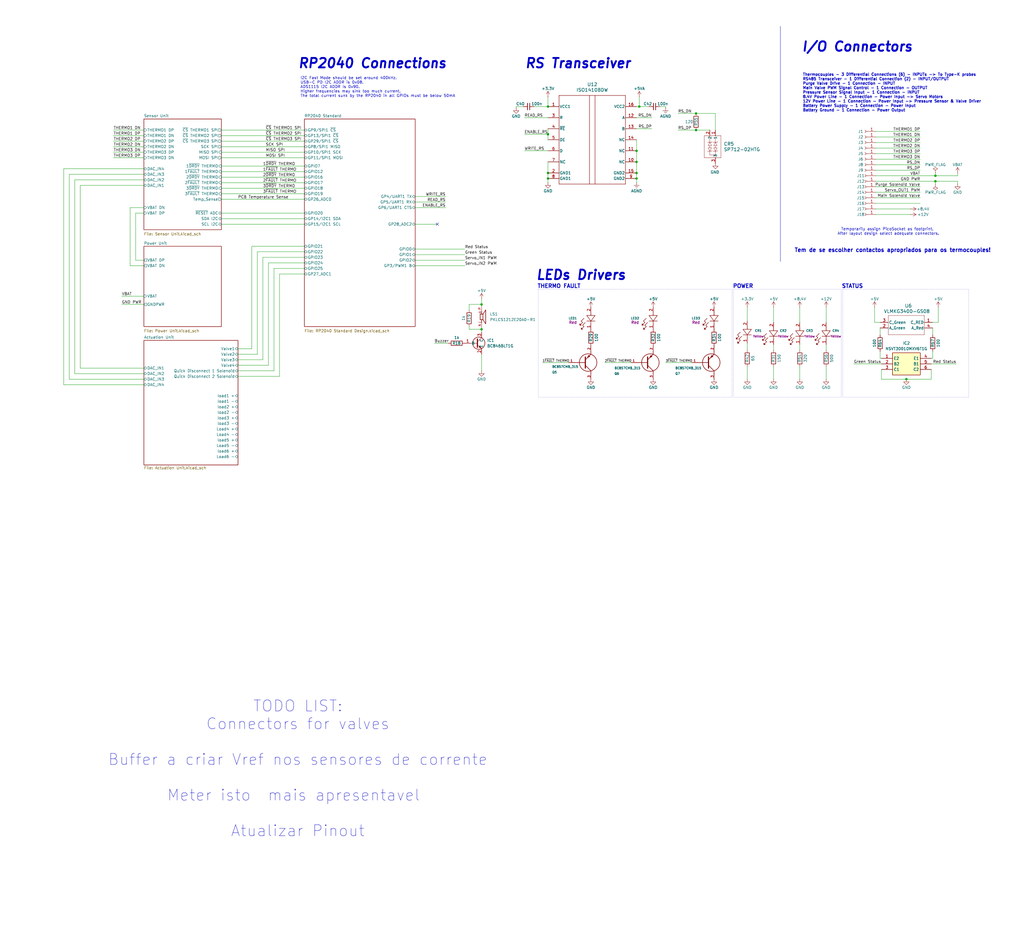
<source format=kicad_sch>
(kicad_sch (version 20250114) (generator "eeschema") (generator_version "9.0")
  (paper "User" 469.9 431.8)
  (title_block (title "Temperature & Valve Control System") (date "2025-02-20") (company "Porto Space Team") (comment 1 "Miguel Amorim") (comment 2 "Miguel Leite") (comment 3 "Rafael Novais") (comment 4 "Teresa Monteiro"))
  (lib_symbols
    (symbol "BC846BLT1G:BC846BLT1G"
      (property "Reference" "IC" (at 0 10.668 0))
      (property "Value" "BC846BLT1G" (at 0 8.128 0))
      (symbol "BC846BLT1G_1_1"
        (pin passive line (at 0 0 0) (length 2.54) (name "B") (number "1"))
        (pin passive line (at 7.62 5.08 270) (length 2.54) (name "C") (number "3"))
        (pin passive line (at 7.62 -5.08 90) (length 2.54) (name "E") (number "2"))
      )
    )
    (symbol "BC857CMB_315:BC857CMB_315" (pin_names (offset 1.016))
      (property "Reference" "Q" (at 3.81 1.27 0))
      (property "Value" "BC857CMB_315" (at 3.81 -1.27 0))
      (symbol "BC857CMB_315_0_0"
        (pin passive line (at -10.16 0 0) (length 2.54) (name "~") (number "1"))
        (pin passive line (at 0 7.62 270) (length 2.54) (name "~") (number "3"))
        (pin passive line (at 0 -7.62 90) (length 2.54) (name "~") (number "2"))
      )
    )
    (symbol "Connector:Conn_01x01_Socket" (pin_names (offset 1.016) (hide yes))
      (property "Reference" "J" (at 0 2.54 0))
      (property "Value" "Conn_01x01_Socket" (at 0 -2.54 0))
      (symbol "Conn_01x01_Socket_1_1"
        (pin passive line (at -5.08 0 0) (length 3.81) (name "Pin_1") (number "1"))
      )
    )
    (symbol "Device:C_Small" (pin_numbers (hide yes)) (pin_names (offset 0.254) (hide yes))
      (property "Reference" "C" (at 0.254 1.778 0))
      (property "Value" "C_Small" (at 0.254 -2.032 0))
      (symbol "C_Small_1_1"
        (pin passive line (at 0 2.54 270) (length 2.032) (name "~") (number "1"))
        (pin passive line (at 0 -2.54 90) (length 2.032) (name "~") (number "2"))
      )
    )
    (symbol "Device:R" (pin_numbers (hide yes)) (pin_names (offset 0))
      (property "Reference" "R" (at 2.032 0 90))
      (property "Value" "R" (at 0 0 90))
      (symbol "R_1_1"
        (pin passive line (at 0 3.81 270) (length 1.27) (name "~") (number "1"))
        (pin passive line (at 0 -3.81 90) (length 1.27) (name "~") (number "2"))
      )
    )
    (symbol "ISO1410BDW:ISO1410BDW" (pin_names (offset 0.254))
      (property "Reference" "U" (at 0 2.54 0))
      (property "Value" "ISO1410BDW" (at 0 0 0))
      (symbol "ISO1410BDW_0_1"
        (pin power_in line (at -20.32 15.24 0) (length 5.08) (name "VCC1") (number "1"))
        (pin output line (at -20.32 10.16 0) (length 5.08) (name "R") (number "3"))
        (pin input line (at -20.32 0 0) (length 5.08) (name "DE") (number "5"))
        (pin input line (at -20.32 -5.08 0) (length 5.08) (name "D") (number "6"))
        (pin power_in line (at -20.32 -15.24 0) (length 5.08) (name "GND1") (number "2"))
        (pin power_in line (at -20.32 -17.78 0) (length 5.08) (name "GND1") (number "8"))
        (pin power_in line (at 20.32 15.24 180) (length 5.08) (name "VCC2") (number "16"))
        (pin bidirectional line (at 20.32 10.16 180) (length 5.08) (name "A") (number "12"))
        (pin bidirectional line (at 20.32 5.08 180) (length 5.08) (name "B") (number "13"))
        (pin power_in line (at 20.32 -15.24 180) (length 5.08) (name "GND2") (number "15"))
        (pin power_in line (at 20.32 -17.78 180) (length 5.08) (name "GND2") (number "9"))
      )
      (symbol "ISO1410BDW_1_1"
        (pin input line (at -20.32 5.08 0) (length 5.08) (name "~{RE}") (number "4"))
        (pin passive line (at -20.32 -10.16 0) (length 5.08) (name "NC") (number "7"))
        (pin passive line (at 20.32 0 180) (length 5.08) (name "NC") (number "14"))
        (pin passive line (at 20.32 -5.08 180) (length 5.08) (name "NC") (number "11"))
        (pin passive line (at 20.32 -10.16 180) (length 5.08) (name "NC") (number "10"))
      )
    )
    (symbol "NSVT30010MXV6T1G:NSVT30010MXV6T1G"
      (property "Reference" "IC" (at 19.05 7.62 0))
      (property "Value" "NSVT30010MXV6T1G" (at 19.05 5.08 0))
      (symbol "NSVT30010MXV6T1G_1_1"
        (pin passive line (at 0 0 0) (length 5.08) (name "E2") (number "1"))
        (pin passive line (at 0 -2.54 0) (length 5.08) (name "B2") (number "2"))
        (pin passive line (at 0 -5.08 0) (length 5.08) (name "C1") (number "3"))
        (pin passive line (at 22.86 0 180) (length 5.08) (name "E1") (number "4"))
        (pin passive line (at 22.86 -2.54 180) (length 5.08) (name "B1") (number "5"))
        (pin passive line (at 22.86 -5.08 180) (length 5.08) (name "C2") (number "6"))
      )
    )
    (symbol "PKLCS1212E20A0-R1:PKLCS1212E20A0-R1" (pin_names (offset 1.016))
      (property "Reference" "LS" (at -3.82 8.9133 0))
      (property "Value" "PKLCS1212E20A0-R1" (at -3.823 -11.469 0))
      (symbol "PKLCS1212E20A0-R1_0_0"
        (text "+" (at -1.905 1.27 0) (effects (font (size 1.778 1.778)) (justify left bottom)))
        (text "-" (at -1.905 -1.27 0) (effects (font (size 1.778 1.778)) (justify left top)))
        (pin passive line (at 0 5.08 270) (length 2.54) (name "~") (number "P"))
        (pin passive line (at 0 -5.08 90) (length 2.54) (name "~") (number "N"))
      )
    )
    (symbol "SP712-02HTG:SP712-02HTG" (pin_names (offset 0.254))
      (property "Reference" "CR" (at 12.7 7.62 0))
      (property "Value" "SP712-02HTG" (at 12.7 5.08 0))
      (symbol "SP712-02HTG_0_1"
        (pin passive line (at 5.08 0 0) (length 2.54) (name "1") (number "1"))
        (pin passive line (at 5.08 -2.54 0) (length 2.54) (name "2") (number "2"))
        (pin passive line (at 20.32 0 180) (length 2.54) (name "3") (number "3"))
      )
    )
    (symbol "VLMKG3400-GS08:VLMKG3400-GS08" (pin_names (offset 0.254))
      (property "Reference" "U" (at 20.955 7.239 0))
      (property "Value" "VLMKG3400-GS08" (at 20.955 4.699 0))
      (symbol "VLMKG3400-GS08_1_1"
        (pin passive line (at 3.81 0 0) (length 3.81) (name "A_Red") (number "4"))
        (pin passive line (at 3.81 -2.54 0) (length 3.81) (name "C_RED") (number "1"))
        (pin passive line (at 27.94 0 180) (length 3.81) (name "A_Green") (number "2"))
        (pin passive line (at 27.94 -2.54 180) (length 3.81) (name "C_Green") (number "3"))
      )
    )
    (symbol "VLMS1500-GS08:VLMS1500-GS08" (pin_names (offset 0.254))
      (property "Reference" "LED" (at 5.08 -4.445 0))
      (property "Value" "VLMS1500-GS08" (at 5.08 -7.62 0))
      (symbol "VLMS1500-GS08_0_1"
        (pin passive line (at 0 0 0) (length 2.54) (name "") (number "2"))
        (pin passive line (at 10.16 0 180) (length 2.54) (name "") (number "1"))
      )
    )
    (symbol "VLMY1300-GS08:VLMY1300-GS08" (pin_names (offset 0.254))
      (property "Reference" "CR" (at 5.08 -4.445 0))
      (property "Value" "VLMY1300-GS08" (at 5.08 -7.62 0))
      (symbol "VLMY1300-GS08_1_1"
        (pin passive line (at 0 0 0) (length 2.54) (name "") (number "2"))
        (pin passive line (at 10.16 0 180) (length 2.54) (name "") (number "1"))
      )
      (symbol "VLMY1300-GS08_1_2"
        (pin unspecified line (at 0 10.16 270) (length 2.54) (name "") (number "1"))
        (pin unspecified line (at 0 0 90) (length 2.54) (name "") (number "2"))
      )
    )
    (symbol "power:+12V" (power) (pin_numbers (hide yes)) (pin_names (offset 0) (hide yes))
      (property "Value" "+12V" (at 0 3.556 0))
      (symbol "+12V_1_1"
        (pin power_in line (at 0 0 90) (length 0) (name "~") (number "1"))
      )
    )
    (symbol "power:+24V" (power) (pin_numbers (hide yes)) (pin_names (offset 0) (hide yes))
      (property "Value" "+24V" (at 0 3.556 0))
      (symbol "+24V_1_1"
        (pin power_in line (at 0 0 90) (length 0) (name "~") (number "1"))
      )
    )
    (symbol "power:+3.3V" (power) (pin_numbers (hide yes)) (pin_names (offset 0) (hide yes))
      (property "Value" "+3.3V" (at 0 3.556 0))
      (symbol "+3.3V_1_1"
        (pin power_in line (at 0 0 90) (length 0) (name "~") (number "1"))
      )
    )
    (symbol "power:+5V" (power) (pin_numbers (hide yes)) (pin_names (offset 0) (hide yes))
      (property "Value" "+5V" (at 0 3.556 0))
      (symbol "+5V_1_1"
        (pin power_in line (at 0 0 90) (length 0) (name "~") (number "1"))
      )
    )
    (symbol "power:Earth" (power) (pin_numbers (hide yes)) (pin_names (offset 0) (hide yes))
      (property "Value" "Earth" (at 0 -3.81 0))
      (symbol "Earth_1_1"
        (pin power_in line (at 0 0 270) (length 0) (name "~") (number "1"))
      )
    )
    (symbol "power:GND" (power) (pin_numbers (hide yes)) (pin_names (offset 0) (hide yes))
      (property "Value" "GND" (at 0 -3.81 0))
      (symbol "GND_1_1"
        (pin power_in line (at 0 0 270) (length 0) (name "~") (number "1"))
      )
    )
    (symbol "power:PWR_FLAG" (power) (pin_numbers (hide yes)) (pin_names (offset 0) (hide yes))
      (property "Value" "PWR_FLAG" (at 0 3.81 0))
      (symbol "PWR_FLAG_0_0"
        (pin power_out line (at 0 0 90) (length 0) (name "~") (number "1"))
      )
    )
    (symbol "power:VBUS" (power) (pin_numbers (hide yes)) (pin_names (offset 0) (hide yes))
      (property "Value" "VBUS" (at 0 3.556 0))
      (symbol "VBUS_1_1"
        (pin power_in line (at 0 0 90) (length 0) (name "~") (number "1"))
      )
    )
  )
  (rectangle (start 386.715 132.715) (end 444.5 182.245) (stroke (width 0) (type dot)))
  (rectangle (start 336.55 132.715) (end 386.08 182.245) (stroke (width 0) (type dot)))
  (rectangle (start 247.015 132.715) (end 335.915 182.245) (stroke (width 0) (type dot)))
  (text "RS Transceiver" (at 240.665 29.21 0) (effects (font (size 4.318 4.318) (thickness 0.8636) (bold yes) (italic yes)) (justify left)))
  (text "RP2040 Connections" (at 136.525 29.21 0) (effects (font (size 4.318 4.318) (thickness 0.8636) (bold yes) (italic yes)) (justify left)))
  (text "POWER" (at 340.995 131.445 0) (effects (font (size 1.778 1.778) (thickness 0.3556) (bold yes))))
  (text "I2C Fast Mode should be set around 400kHz.\nUSB-C PD I2C ADDR is 0x08.\nADS1115 I2C ADDR is 0x90.\nHigher frequencies may sink too much current.\nThe total current sunk by the RP2040 in all GPIOs must be below 50mA" (at 137.795 40.005 0) (effects (font (size 1.27 1.27)) (justify left)))
  (text "Tem de se escolher contactos apropriados para os termocouples!" (at 364.49 114.935 0) (effects (font (size 1.778 1.778) (thickness 0.3556) (bold yes)) (justify left)))
  (text "Temporarily assign PicoSocket as footprint. \nAfter layout design select adequate connectors.\n " (at 407.67 107.315 0) (effects (font (size 1.27 1.27))))
  (text "LEDs Drivers" (at 245.745 126.365 0) (effects (font (size 4.318 4.318) (thickness 0.8636) (bold yes) (italic yes)) (justify left)))
  (text "THERMO FAULT" (at 256.54 131.445 0) (effects (font (size 1.778 1.778) (thickness 0.3556) (bold yes))))
  (text "TODO LIST:\nConnectors for valves\n\nBuffer a criar Vref nos sensores de corrente\n\nMeter isto  mais apresentavel \n\nAtualizar Pinout" (at 136.652 352.806 0) (effects (font (size 5.08 5.08))))
  (text "STATUS" (at 391.16 131.445 0) (effects (font (size 1.778 1.778) (thickness 0.3556) (bold yes))))
  (text "Thermocouples - 3 Differential Connections (6) - INPUTs -> To Type-K probes\nRS485 Transceiver - 1 Differential Connection (2) - INPUT/OUTPUT \nPurge Valve Drive - 1 Connection - INPUT\nMain Valve PWM Signal Control - 1 Connection - OUTPUT\nPressure Sensor Signal Input - 1 Connection - INPUT\n8.4V Power Line - 1 Connection - Power Input -> Servo Motors\n12V Power Line - 1 Connection - Power Input -> Pressure Sensor & Valve Driver\nBattery Power Supply - 1 Connection - Power Input\nBattery Ground - 1 Connection - Power Output" (at 368.3 42.545 0) (effects (font (size 1.27 1.27) (thickness 0.254) (bold yes)) (justify left)))
  (text "I/O Connectors" (at 367.665 21.59 0) (effects (font (size 4.318 4.318) (thickness 0.8636) (bold yes) (italic yes)) (justify left)))
  (junction (at 292.1 81.915))
  (junction (at 251.46 48.895))
  (junction (at 251.46 81.915))
  (junction (at 251.46 79.375))
  (junction (at 292.1 74.295))
  (junction (at 292.1 79.375))
  (junction (at 220.98 139.7))
  (junction (at 429.26 83.185))
  (junction (at 251.46 61.595))
  (junction (at 293.37 48.895))
  (junction (at 429.26 80.645))
  (junction (at 220.98 151.13))
  (junction (at 415.925 173.99))
  (junction (at 292.1 69.215))
  (junction (at 319.405 59.69))
  (junction (at 319.405 52.07))
  (no_connect (at 200.66 102.87))
  (wire (pts (xy 401.955 90.805) (xy 422.275 90.805)))
  (wire (pts (xy 401.32 147.955) (xy 403.86 147.955)))
  (wire (pts (xy 215.265 149.86) (xy 215.265 151.13)))
  (wire (pts (xy 391.795 167.005) (xy 404.495 167.005)))
  (wire (pts (xy 215.265 142.24) (xy 215.265 139.7)))
  (wire (pts (xy 101.6 69.85) (xy 139.7 69.85)))
  (wire (pts (xy 109.22 160.02) (xy 115.57 160.02)))
  (wire (pts (xy 403.86 150.495) (xy 403.86 153.67)))
  (wire (pts (xy 101.6 62.23) (xy 139.7 62.23)))
  (wire (pts (xy 109.22 172.72) (xy 128.27 172.72)))
  (wire (pts (xy 401.955 93.345) (xy 422.275 93.345)))
  (wire (pts (xy 401.955 88.265) (xy 422.275 88.265)))
  (wire (pts (xy 427.355 167.005) (xy 438.785 167.005)))
  (wire (pts (xy 430.53 140.97) (xy 430.53 147.955)))
  (wire (pts (xy 101.6 100.33) (xy 139.7 100.33)))
  (wire (pts (xy 101.6 64.77) (xy 139.7 64.77)))
  (wire (pts (xy 109.22 167.64) (xy 123.19 167.64)))
  (wire (pts (xy 34.29 171.45) (xy 34.29 82.55)))
  (wire (pts (xy 403.86 164.465) (xy 404.495 164.465)))
  (wire (pts (xy 66.04 168.91) (xy 36.83 168.91)))
  (wire (pts (xy 311.15 59.69) (xy 319.405 59.69)))
  (wire (pts (xy 36.83 168.91) (xy 36.83 85.09)))
  (wire (pts (xy 342.9 157.48) (xy 342.9 160.655)))
  (wire (pts (xy 404.495 173.99) (xy 415.925 173.99)))
  (wire (pts (xy 36.83 85.09) (xy 66.04 85.09)))
  (wire (pts (xy 251.46 74.295) (xy 251.46 79.375)))
  (wire (pts (xy 215.265 151.13) (xy 220.98 151.13)))
  (wire (pts (xy 123.19 167.64) (xy 123.19 120.65)))
  (wire (pts (xy 66.04 119.38) (xy 62.23 119.38)))
  (wire (pts (xy 52.07 59.69) (xy 66.04 59.69)))
  (wire (pts (xy 240.665 53.975) (xy 251.46 53.975)))
  (wire (pts (xy 115.57 160.02) (xy 115.57 113.03)))
  (wire (pts (xy 125.73 123.19) (xy 139.7 123.19)))
  (wire (pts (xy 293.37 48.895) (xy 297.815 48.895)))
  (wire (pts (xy 220.98 150.495) (xy 220.98 151.13)))
  (wire (pts (xy 190.5 119.38) (xy 213.36 119.38)))
  (wire (pts (xy 401.955 98.425) (xy 417.83 98.425)))
  (wire (pts (xy 109.22 165.1) (xy 120.65 165.1)))
  (wire (pts (xy 190.5 116.84) (xy 213.36 116.84)))
  (wire (pts (xy 29.21 77.47) (xy 66.04 77.47)))
  (wire (pts (xy 101.6 83.82) (xy 139.7 83.82)))
  (wire (pts (xy 354.965 158.115) (xy 354.965 160.655)))
  (wire (pts (xy 29.21 176.53) (xy 29.21 77.47)))
  (wire (pts (xy 245.11 48.895) (xy 251.46 48.895)))
  (wire (pts (xy 220.98 139.7) (xy 220.98 140.335)))
  (wire (pts (xy 292.1 79.375) (xy 292.1 81.915)))
  (wire (pts (xy 128.27 172.72) (xy 128.27 125.73)))
  (wire (pts (xy 427.99 150.495) (xy 427.99 153.67)))
  (wire (pts (xy 427.99 161.29) (xy 427.99 164.465)))
  (wire (pts (xy 422.275 60.325) (xy 401.955 60.325)))
  (wire (pts (xy 342.9 168.275) (xy 342.9 173.99)))
  (wire (pts (xy 59.69 95.25) (xy 66.04 95.25)))
  (wire (pts (xy 251.46 61.595) (xy 251.46 64.135)))
  (wire (pts (xy 354.965 140.97) (xy 354.965 147.955)))
  (wire (pts (xy 277.495 166.37) (xy 289.56 166.37)))
  (wire (pts (xy 55.88 139.7) (xy 66.04 139.7)))
  (wire (pts (xy 52.07 64.77) (xy 66.04 64.77)))
  (wire (pts (xy 59.69 121.92) (xy 59.69 95.25)))
  (wire (pts (xy 213.36 121.92) (xy 190.5 121.92)))
  (wire (pts (xy 427.355 164.465) (xy 427.99 164.465)))
  (wire (pts (xy 66.04 121.92) (xy 59.69 121.92)))
  (wire (pts (xy 401.955 75.565) (xy 422.275 75.565)))
  (wire (pts (xy 302.895 48.895) (xy 305.435 48.895)))
  (wire (pts (xy 293.37 48.895) (xy 292.1 48.895)))
  (wire (pts (xy 101.6 91.44) (xy 139.7 91.44)))
  (wire (pts (xy 101.6 78.74) (xy 139.7 78.74)))
  (wire (pts (xy 292.1 83.82) (xy 292.1 81.915)))
  (wire (pts (xy 305.435 166.37) (xy 317.5 166.37)))
  (wire (pts (xy 101.6 67.31) (xy 139.7 67.31)))
  (wire (pts (xy 293.37 44.45) (xy 293.37 48.895)))
  (wire (pts (xy 415.925 173.99) (xy 427.355 173.99)))
  (wire (pts (xy 422.275 67.945) (xy 401.955 67.945)))
  (wire (pts (xy 55.88 135.89) (xy 66.04 135.89)))
  (wire (pts (xy 439.42 79.375) (xy 439.42 80.645)))
  (wire (pts (xy 101.6 88.9) (xy 139.7 88.9)))
  (wire (pts (xy 52.07 62.23) (xy 66.04 62.23)))
  (wire (pts (xy 429.26 83.185) (xy 429.26 84.455)))
  (wire (pts (xy 354.965 168.275) (xy 354.965 173.99)))
  (wire (pts (xy 220.98 151.13) (xy 220.98 152.4)))
  (wire (pts (xy 379.095 173.99) (xy 379.095 168.275)))
  (wire (pts (xy 427.355 173.99) (xy 427.355 169.545)))
  (wire (pts (xy 31.75 80.01) (xy 66.04 80.01)))
  (wire (pts (xy 66.04 171.45) (xy 34.29 171.45)))
  (wire (pts (xy 190.5 92.71) (xy 204.47 92.71)))
  (wire (pts (xy 220.98 162.56) (xy 220.98 170.18)))
  (wire (pts (xy 31.75 173.99) (xy 31.75 80.01)))
  (wire (pts (xy 342.9 140.97) (xy 342.9 147.32)))
  (wire (pts (xy 311.15 52.07) (xy 319.405 52.07)))
  (wire (pts (xy 190.5 114.3) (xy 213.36 114.3)))
  (wire (pts (xy 403.86 161.29) (xy 403.86 164.465)))
  (wire (pts (xy 251.46 69.215) (xy 240.665 69.215)))
  (wire (pts (xy 367.03 158.115) (xy 367.03 160.655)))
  (wire (pts (xy 240.665 61.595) (xy 251.46 61.595)))
  (wire (pts (xy 305.435 48.895) (xy 305.435 49.53)))
  (wire (pts (xy 401.955 85.725) (xy 422.275 85.725)))
  (wire (pts (xy 292.1 53.975) (xy 299.085 53.975)))
  (wire (pts (xy 379.095 158.115) (xy 379.095 160.655)))
  (wire (pts (xy 101.6 81.28) (xy 139.7 81.28)))
  (wire (pts (xy 66.04 176.53) (xy 29.21 176.53)))
  (wire (pts (xy 251.46 79.375) (xy 251.46 81.915)))
  (wire (pts (xy 251.46 81.915) (xy 251.46 83.82)))
  (wire (pts (xy 292.1 69.215) (xy 292.1 74.295)))
  (wire (pts (xy 401.955 78.105) (xy 422.275 78.105)))
  (wire (pts (xy 101.6 72.39) (xy 139.7 72.39)))
  (wire (pts (xy 62.23 97.79) (xy 66.04 97.79)))
  (wire (pts (xy 52.07 69.85) (xy 66.04 69.85)))
  (wire (pts (xy 190.5 102.87) (xy 200.66 102.87)))
  (wire (pts (xy 101.6 102.87) (xy 139.7 102.87)))
  (wire (pts (xy 118.11 115.57) (xy 139.7 115.57)))
  (wire (pts (xy 118.11 162.56) (xy 118.11 115.57)))
  (wire (pts (xy 120.65 118.11) (xy 139.7 118.11)))
  (wire (pts (xy 125.73 170.18) (xy 125.73 123.19)))
  (wire (pts (xy 292.1 74.295) (xy 292.1 79.375)))
  (wire (pts (xy 251.46 59.055) (xy 251.46 61.595)))
  (wire (pts (xy 101.6 59.69) (xy 139.7 59.69)))
  (wire (pts (xy 66.04 173.99) (xy 31.75 173.99)))
  (wire (pts (xy 367.03 168.275) (xy 367.03 173.99)))
  (wire (pts (xy 319.405 59.69) (xy 325.755 59.69)))
  (wire (pts (xy 379.095 140.97) (xy 379.095 147.955)))
  (wire (pts (xy 52.07 72.39) (xy 66.04 72.39)))
  (wire (pts (xy 52.07 67.31) (xy 66.04 67.31)))
  (wire (pts (xy 367.03 140.97) (xy 367.03 147.955)))
  (wire (pts (xy 422.275 62.865) (xy 401.955 62.865)))
  (wire (pts (xy 109.22 162.56) (xy 118.11 162.56)))
  (wire (pts (xy 401.955 80.645) (xy 429.26 80.645)))
  (wire (pts (xy 123.19 120.65) (xy 139.7 120.65)))
  (wire (pts (xy 429.26 80.645) (xy 439.42 80.645)))
  (wire (pts (xy 292.1 64.135) (xy 292.1 69.215)))
  (wire (pts (xy 422.275 65.405) (xy 401.955 65.405)))
  (wire (pts (xy 101.6 86.36) (xy 139.7 86.36)))
  (wire (pts (xy 120.65 165.1) (xy 120.65 118.11)))
  (wire (pts (xy 401.32 140.97) (xy 401.32 147.955)))
  (wire (pts (xy 109.22 170.18) (xy 125.73 170.18)))
  (wire (pts (xy 429.26 83.185) (xy 439.42 83.185)))
  (wire (pts (xy 251.46 44.45) (xy 251.46 48.895)))
  (wire (pts (xy 199.39 157.48) (xy 205.74 157.48)))
  (wire (pts (xy 190.5 90.17) (xy 204.47 90.17)))
  (polyline (pts (xy 358.14 12.065) (xy 358.14 120.015)))
  (wire (pts (xy 220.98 137.16) (xy 220.98 139.7)))
  (wire (pts (xy 128.27 125.73) (xy 139.7 125.73)))
  (wire (pts (xy 248.92 166.37) (xy 260.985 166.37)))
  (wire (pts (xy 422.275 73.025) (xy 401.955 73.025)))
  (wire (pts (xy 236.855 48.895) (xy 240.03 48.895)))
  (wire (pts (xy 401.955 83.185) (xy 429.26 83.185)))
  (wire (pts (xy 101.6 97.79) (xy 139.7 97.79)))
  (wire (pts (xy 236.855 49.53) (xy 236.855 48.895)))
  (wire (pts (xy 62.23 119.38) (xy 62.23 97.79)))
  (wire (pts (xy 204.47 95.25) (xy 190.5 95.25)))
  (wire (pts (xy 292.1 59.055) (xy 299.085 59.055)))
  (wire (pts (xy 328.295 52.07) (xy 328.295 59.69)))
  (wire (pts (xy 115.57 113.03) (xy 139.7 113.03)))
  (wire (pts (xy 215.265 139.7) (xy 220.98 139.7)))
  (wire (pts (xy 401.955 70.485) (xy 422.275 70.485)))
  (wire (pts (xy 34.29 82.55) (xy 66.04 82.55)))
  (wire (pts (xy 439.42 83.185) (xy 439.42 84.455)))
  (wire (pts (xy 401.955 95.885) (xy 417.83 95.885)))
  (wire (pts (xy 319.405 52.07) (xy 328.295 52.07)))
  (wire (pts (xy 429.26 79.375) (xy 429.26 80.645)))
  (wire (pts (xy 427.99 147.955) (xy 430.53 147.955)))
  (wire (pts (xy 404.495 169.545) (xy 404.495 173.99)))
  (wire (pts (xy 101.6 76.2) (xy 139.7 76.2)))
  (label "Red Status" (at 213.36 114.3 0))
  (label "3~{DRDY} THERMO" (at 120.65 86.36 0))
  (label "RS_DN" (at 299.085 53.975 180))
  (label "THERMO2 DN" (at 52.07 67.31 0))
  (label "RS_DN" (at 311.15 52.07 0))
  (label "Servo_OUT1 PWM" (at 422.275 88.265 180))
  (label "THERMO1 DP" (at 52.07 62.23 0))
  (label "THERMO1 DP" (at 422.275 60.325 180))
  (label "~{CS} THERMO2 SPI" (at 121.92 62.23 0))
  (label "PCB Temperature Sense" (at 109.22 91.44 0))
  (label "THERMO1 DN" (at 52.07 59.69 0))
  (label "Purge Solenoid Valve" (at 422.275 85.725 180))
  (label "MOSI SPI" (at 121.92 72.39 0))
  (label "~{CS} THERMO3 SPI" (at 121.92 64.77 0))
  (label "READ_RS" (at 240.665 53.975 0))
  (label "Main Solenoid Valve" (at 422.275 90.805 180))
  (label "RS_DN" (at 422.275 75.565 180))
  (label "RS_DP" (at 311.15 59.69 0))
  (label "3~{FAULT} THERMO" (at 120.65 88.9 0))
  (label "THERMO2 DP" (at 422.275 65.405 180))
  (label "ENABLE_RS" (at 240.665 61.595 0))
  (label "MISO SPI" (at 121.92 69.85 0))
  (label "SCK SPI" (at 121.92 67.31 0))
  (label "RS_DP" (at 299.085 59.055 180))
  (label "WRITE_RS" (at 240.665 69.215 0))
  (label "THERMO2 DP" (at 52.07 64.77 0))
  (label "THERMO3 DN" (at 422.275 73.025 180))
  (label "GND PWR" (at 55.88 139.7 0))
  (label "ENABLE_RS" (at 204.47 95.25 180))
  (label "Red Status" (at 438.785 167.005 180))
  (label "VBAT" (at 55.88 135.89 0))
  (label "THERMO3 DN" (at 52.07 69.85 0))
  (label "Servo_IN2 PWM" (at 213.36 121.92 0))
  (label "READ_RS" (at 204.47 92.71 180))
  (label "Green Status" (at 213.36 116.84 0))
  (label "Servo_IN1 PWM" (at 213.36 119.38 0))
  (label "2~{DRDY} THERMO" (at 120.65 81.28 0))
  (label "1~{DRDY} THERMO" (at 120.65 76.2 0))
  (label "GND PWR" (at 422.275 83.185 180))
  (label "THERMO3 DP" (at 422.275 70.485 180))
  (label "Green Status" (at 391.795 167.005 0))
  (label "~{CS} THERMO1 SPI" (at 121.92 59.69 0))
  (label "THERMO3 DP" (at 52.07 72.39 0))
  (label "VBAT" (at 422.275 80.645 180))
  (label "1~{FAULT} THERMO" (at 248.92 166.37 0) (effects (font (size 1.016 1.016))))
  (label "2~{FAULT} THERMO" (at 277.495 166.37 0) (effects (font (size 1.016 1.016))))
  (label "RS_DP" (at 422.275 78.105 180))
  (label "2~{FAULT} THERMO" (at 120.65 83.82 0))
  (label "Buzzer" (at 199.39 157.48 0))
  (label "THERMO1 DN" (at 422.275 62.865 180))
  (label "3~{FAULT} THERMO" (at 305.435 166.37 0) (effects (font (size 1.016 1.016))))
  (label "WRITE_RS" (at 204.47 90.17 180))
  (label "1~{FAULT} THERMO" (at 120.65 78.74 0))
  (label "THERMO2 DN" (at 422.275 67.945 180))
  (symbol (lib_id "VLMS1500-GS08:VLMS1500-GS08") (at 271.145 140.97 90) (mirror x) (unit 1)
    (property "Reference" "LED1" (at 264.795 146.0499 90) (effects (font (size 1.016 1.016)) (justify left)))
    (property "Value" "VLMS1500-GS08" (effects (hide yes)))
    (property "Footprint" "LED-Red_VLMS1500-GS08:LED_00-GS08_VIS_RED" (effects (hide yes)))
    (property "Datasheet" "VLMS1500-GS08" (effects (hide yes)))
    (property "Description" "Red" (at 262.89 147.955 90))
  )
  (symbol (lib_id "power:GND") (at 299.72 173.99 0) (unit 1)
    (property "Reference" "#PWR0112" (effects (hide yes)))
    (property "Value" "GND" (at 299.72 177.8 0))
    (property "Description" "Power symbol creates a global label with name \"GND\" , ground" (effects (hide yes)))
  )
  (symbol (lib_id "power:GND") (at 354.965 173.99 0) (unit 1)
    (property "Reference" "#PWR080" (effects (hide yes)))
    (property "Value" "GND" (at 354.965 177.8 0))
    (property "Description" "Power symbol creates a global label with name \"GND\" , ground" (effects (hide yes)))
  )
  (symbol (lib_id "Device:R") (at 319.405 55.88 0) (unit 1)
    (property "Reference" "R55" (at 319.405 57.785 90) (effects (justify left)))
    (property "Value" "120" (at 314.325 55.88 0) (effects (justify left)))
    (property "Footprint" "Resistor-0603:RES_0603" (effects (hide yes)))
    (property "Description" "Resistor" (effects (hide yes)))
  )
  (symbol (lib_id "power:GND") (at 251.46 83.82 0) (unit 1)
    (property "Reference" "#PWR032" (effects (hide yes)))
    (property "Value" "GND" (at 251.46 87.63 0))
    (property "Description" "Power symbol creates a global label with name \"GND\" , ground" (effects (hide yes)))
  )
  (symbol (lib_id "PKLCS1212E20A0-R1:PKLCS1212E20A0-R1") (at 220.98 145.415 0) (unit 1)
    (property "Reference" "LS1" (at 224.79 144.1449 0) (effects (justify left)))
    (property "Value" "PKLCS1212E20A0-R1" (at 224.79 146.6849 0) (effects (justify left)))
    (property "Footprint" "PKLCS1212E20A0-R1:PKLCS1212E20A0-R1" (effects (hide yes)))
    (property "MF" "Murata" (effects (hide yes)))
    (property "MAXIMUM_PACKAGE_HEIGHT" "3.0 mm" (effects (hide yes)))
    (property "Package" "SMD-2 Murata" (effects (hide yes)))
    (property "Price" "None" (effects (hide yes)))
    (property "Check_prices" "https://www.snapeda.com/parts/PKLCS1212E20A0-R1/Murata/view-part/?ref=eda" (effects (hide yes)))
    (property "STANDARD" "Manufacturer Recommendations" (effects (hide yes)))
    (property "PARTREV" "January 22, 2018" (effects (hide yes)))
    (property "SnapEDA_Link" "https://www.snapeda.com/parts/PKLCS1212E20A0-R1/Murata/view-part/?ref=snap" (effects (hide yes)))
    (property "MP" "PKLCS1212E20A0-R1" (effects (hide yes)))
    (property "Description_1" "Buzzers Transducer, Externally Driven Piezo 1.5 V - 2kHz 70dB @ 1.5V, 10cm Surface Mount Solder Pads" (effects (hide yes)))
    (property "Availability" "In Stock" (effects (hide yes)))
    (property "MANUFACTURER" "Murata Electronics" (effects (hide yes)))
  )
  (symbol (lib_id "SP712-02HTG:SP712-02HTG") (at 328.295 54.61 270) (unit 1)
    (property "Reference" "CR5" (at 332.105 66.0399 90) (effects (font (size 1.524 1.524)) (justify left)))
    (property "Value" "SP712-02HTG" (at 332.105 68.5799 90) (effects (font (size 1.524 1.524)) (justify left)))
    (property "Footprint" "2Channel ESD RS485 - P712-02HTG:SOT23-3_LTF" (effects (hide yes)))
    (property "Datasheet" "SP712-02HTG" (effects (hide yes)))
  )
  (symbol (lib_id "power:PWR_FLAG") (at 429.26 84.455 180) (unit 1)
    (property "Reference" "#FLG03" (effects (hide yes)))
    (property "Value" "PWR_FLAG" (at 429.26 88.265 0))
    (property "Description" "Special symbol for telling ERC where power comes from" (effects (hide yes)))
  )
  (symbol (lib_id "power:GND") (at 328.295 74.93 0) (unit 1)
    (property "Reference" "#PWR038" (effects (hide yes)))
    (property "Value" "GND" (at 328.041 78.994 0))
    (property "Description" "Power symbol creates a global label with name \"GND\" , ground" (effects (hide yes)))
  )
  (symbol (lib_id "power:PWR_FLAG") (at 429.26 79.375 0) (unit 1)
    (property "Reference" "#FLG01" (effects (hide yes)))
    (property "Value" "PWR_FLAG" (at 429.26 75.565 0))
    (property "Description" "Special symbol for telling ERC where power comes from" (effects (hide yes)))
  )
  (symbol (lib_id "power:+3.3V") (at 342.9 140.97 0) (unit 1)
    (property "Reference" "#PWR0103" (effects (hide yes)))
    (property "Value" "+3.3V" (at 342.9 137.16 0))
    (property "Description" "Power symbol creates a global label with name \"+3.3V\"" (effects (hide yes)))
  )
  (symbol (lib_id "Device:R") (at 299.72 154.94 180) (unit 1)
    (property "Reference" "R32" (at 299.72 156.845 90) (effects (justify right)))
    (property "Value" "100" (at 302.26 156.845 90) (effects (justify right)))
    (property "Footprint" "Resistor-0402:RES_0402" (effects (hide yes)))
    (property "Description" "Resistor" (effects (hide yes)))
  )
  (symbol (lib_id "Connector:Conn_01x01_Socket") (at 396.875 98.425 180) (unit 1)
    (property "Reference" "J18" (at 394.97 98.425 0))
    (property "Value" "Conn_01x01_Socket" (effects (hide yes)))
    (property "Footprint" "Pico_Conn1x1:Pico_01pin" (effects (hide yes)))
    (property "Description" "Generic connector, single row, 01x01, script generated" (effects (hide yes)))
  )
  (symbol (lib_id "Device:R") (at 403.86 157.48 0) (unit 1)
    (property "Reference" "R64" (at 403.86 155.575 90) (effects (justify right)))
    (property "Value" "100" (at 401.32 155.575 90) (effects (justify right)))
    (property "Footprint" "Resistor-0402:RES_0402" (effects (hide yes)))
    (property "Description" "Resistor" (effects (hide yes)))
  )
  (symbol (lib_id "Device:R") (at 209.55 157.48 270) (unit 1)
    (property "Reference" "R18" (at 211.455 157.48 90) (effects (justify right)))
    (property "Value" "1k" (at 210.82 154.94 90) (effects (justify right)))
    (property "Footprint" "Resistor-0402:RES_0402" (effects (hide yes)))
    (property "Description" "Resistor" (effects (hide yes)))
  )
  (symbol (lib_id "Connector:Conn_01x01_Socket") (at 396.875 70.485 180) (unit 1)
    (property "Reference" "J5" (at 394.97 70.485 0))
    (property "Value" "Conn_01x01_Socket" (effects (hide yes)))
    (property "Footprint" "Pico_Conn1x1:Pico_01pin" (effects (hide yes)))
    (property "Description" "Generic connector, single row, 01x01, script generated" (effects (hide yes)))
  )
  (symbol (lib_id "power:GND") (at 415.925 173.99 0) (unit 1)
    (property "Reference" "#PWR0129" (effects (hide yes)))
    (property "Value" "GND" (at 415.925 177.8 0))
    (property "Description" "Power symbol creates a global label with name \"GND\" , ground" (effects (hide yes)))
  )
  (symbol (lib_id "power:+5V") (at 271.145 140.97 0) (unit 1)
    (property "Reference" "#PWR039" (effects (hide yes)))
    (property "Value" "+5V" (at 271.145 137.16 0))
    (property "Description" "Power symbol creates a global label with name \"+5V\"" (effects (hide yes)))
  )
  (symbol (lib_id "Device:C_Small") (at 300.355 48.895 270) (unit 1)
    (property "Reference" "C42" (at 295.275 47.625 90) (effects (justify left)))
    (property "Value" "100n" (at 301.625 47.625 90) (effects (justify left)))
    (property "Footprint" "Capacitor-0402:Capacitor_0402" (effects (hide yes)))
    (property "Description" "Unpolarized capacitor, small symbol" (effects (hide yes)))
  )
  (symbol (lib_id "power:Earth") (at 305.435 49.53 0) (unit 1)
    (property "Reference" "#PWR0109" (effects (hide yes)))
    (property "Value" "AGND" (at 305.435 53.34 0))
    (property "Description" "Power symbol creates a global label with name \"Earth\"" (effects (hide yes)))
  )
  (symbol (lib_id "BC857CMB_315:BC857CMB_315") (at 299.72 166.37 0) (mirror x) (unit 1)
    (property "Reference" "Q6" (at 281.94 171.45 0) (effects (font (size 1.016 1.016)) (justify left)))
    (property "Value" "BC857CMB_315" (at 281.94 168.91 0) (effects (font (size 1.016 1.016)) (justify left)))
    (property "Footprint" "PNP_BC857CMB_315:TRANS_PMZB550UNEYL" (effects (hide yes)))
  )
  (symbol (lib_id "Device:R") (at 379.095 164.465 180) (unit 1)
    (property "Reference" "R56" (at 379.095 166.37 90) (effects (justify right)))
    (property "Value" "500" (at 381.635 166.37 90) (effects (justify right)))
    (property "Footprint" "Resistor-0402:RES_0402" (effects (hide yes)))
    (property "Description" "Resistor" (effects (hide yes)))
  )
  (symbol (lib_id "Connector:Conn_01x01_Socket") (at 396.875 88.265 180) (unit 1)
    (property "Reference" "J14" (at 394.97 88.265 0))
    (property "Value" "Conn_01x01_Socket" (effects (hide yes)))
    (property "Footprint" "Pico_Conn1x1:Pico_01pin" (effects (hide yes)))
    (property "Description" "Generic connector, single row, 01x01, script generated" (effects (hide yes)))
  )
  (symbol (lib_id "power:+24V") (at 417.83 95.885 270) (unit 1)
    (property "Reference" "#PWR072" (effects (hide yes)))
    (property "Value" "+8.4V" (at 423.545 95.885 90))
    (property "Description" "Power symbol creates a global label with name \"+24V\"" (effects (hide yes)))
  )
  (symbol (lib_id "Device:R") (at 342.9 164.465 180) (unit 1)
    (property "Reference" "R42" (at 342.9 166.37 90) (effects (justify right)))
    (property "Value" "65" (at 345.44 165.735 90) (effects (justify right)))
    (property "Footprint" "Resistor-0402:RES_0402" (effects (hide yes)))
    (property "Description" "Resistor" (effects (hide yes)))
  )
  (symbol (lib_id "BC846BLT1G:BC846BLT1G") (at 213.36 157.48 0) (unit 1)
    (property "Reference" "IC1" (at 223.52 156.2099 0) (effects (justify left)))
    (property "Value" "BC846BLT1G" (at 223.52 158.7499 0) (effects (justify left)))
    (property "Footprint" "BJT NPN:SOT96P237X111-3N" (effects (hide yes)))
    (property "Datasheet" "https://www.onsemi.com/pub/Collateral/BC846ALT1-D.PDF" (effects (hide yes)))
    (property "Description" "Moisture Sensitivity Level: 1; ESD Rating - Human Body Model: >4000 V ESD Rating - Machine Model: >400 V; Pb-Free Packages are Available; S Prefix for Automotive and Other Applications Requiring Unique Site and Control Change Requirements; AEC-Q101 Qualified and PPAP Capable" (effects (hide yes)))
    (property "Height" "1.11" (effects (hide yes)))
    (property "Mouser Part Number" "863-BC846BLT1G" (effects (hide yes)))
    (property "Mouser Price/Stock" "https://www.mouser.co.uk/ProductDetail/onsemi/BC846BLT1G?qs=vNc2DXHODiJuwwGLruzsRg%3D%3D" (effects (hide yes)))
    (property "Manufacturer_Name" "onsemi" (effects (hide yes)))
    (property "Manufacturer_Part_Number" "BC846BLT1G" (effects (hide yes)))
  )
  (symbol (lib_id "power:VBUS") (at 439.42 79.375 0) (unit 1)
    (property "Reference" "#PWR0125" (effects (hide yes)))
    (property "Value" "VBAT" (at 439.42 75.565 0))
    (property "Description" "Power symbol creates a global label with name \"VBUS\"" (effects (hide yes)))
  )
  (symbol (lib_id "power:+24V") (at 417.83 98.425 270) (unit 1)
    (property "Reference" "#PWR0111" (effects (hide yes)))
    (property "Value" "+12V" (at 423.545 98.425 90))
    (property "Description" "Power symbol creates a global label with name \"+24V\"" (effects (hide yes)))
  )
  (symbol (lib_id "power:GND") (at 342.9 173.99 0) (unit 1)
    (property "Reference" "#PWR098" (effects (hide yes)))
    (property "Value" "GND" (at 342.9 177.8 0))
    (property "Description" "Power symbol creates a global label with name \"GND\" , ground" (effects (hide yes)))
  )
  (symbol (lib_id "Device:R") (at 215.265 146.05 0) (unit 1)
    (property "Reference" "R19" (at 215.265 144.145 90) (effects (justify right)))
    (property "Value" "1k" (at 212.725 144.78 90) (effects (justify right)))
    (property "Footprint" "Resistor-0402:RES_0402" (effects (hide yes)))
    (property "Description" "Resistor" (effects (hide yes)))
  )
  (symbol (lib_id "Connector:Conn_01x01_Socket") (at 396.875 93.345 180) (unit 1)
    (property "Reference" "J16" (at 394.97 93.345 0))
    (property "Value" "Conn_01x01_Socket" (effects (hide yes)))
    (property "Footprint" "Pico_Conn1x1:Pico_01pin" (effects (hide yes)))
    (property "Description" "Generic connector, single row, 01x01, script generated" (effects (hide yes)))
  )
  (symbol (lib_id "Connector:Conn_01x01_Socket") (at 396.875 80.645 180) (unit 1)
    (property "Reference" "J11" (at 394.97 80.645 0))
    (property "Value" "Conn_01x01_Socket" (effects (hide yes)))
    (property "Footprint" "Pico_Conn1x1:Pico_01pin" (effects (hide yes)))
    (property "Description" "Generic connector, single row, 01x01, script generated" (effects (hide yes)))
  )
  (symbol (lib_id "Device:R") (at 367.03 164.465 180) (unit 1)
    (property "Reference" "R54" (at 367.03 166.37 90) (effects (justify right)))
    (property "Value" "320" (at 369.57 166.37 90) (effects (justify right)))
    (property "Footprint" "Resistor-0402:RES_0402" (effects (hide yes)))
    (property "Description" "Resistor" (effects (hide yes)))
  )
  (symbol (lib_id "VLMY1300-GS08:VLMY1300-GS08") (at 342.9 147.32 90) (mirror x) (unit 1)
    (property "Reference" "CR1" (at 347.98 151.765 90) (effects (font (size 1.016 1.016))))
    (property "Value" "VLMY1300-GS08" (effects (hide yes)))
    (property "Footprint" "LED-Yellow_VLMY1300-GS08:LED_VISHAY_VLMX1300_VIS" (effects (hide yes)))
    (property "Datasheet" "VLMY1300-GS08" (effects (hide yes)))
    (property "Description" "Yellow" (at 347.98 154.305 90) (effects (font (size 1.016 1.016))))
  )
  (symbol (lib_id "power:+12V") (at 379.095 140.97 0) (unit 1)
    (property "Reference" "#PWR0102" (effects (hide yes)))
    (property "Value" "+12V" (at 379.095 137.16 0))
    (property "Description" "Power symbol creates a global label with name \"+12V\"" (effects (hide yes)))
  )
  (symbol (lib_id "power:+5V") (at 299.72 140.97 0) (unit 1)
    (property "Reference" "#PWR0101" (effects (hide yes)))
    (property "Value" "+5V" (at 299.72 137.16 0))
    (property "Description" "Power symbol creates a global label with name \"+5V\"" (effects (hide yes)))
  )
  (symbol (lib_id "NSVT30010MXV6T1G:NSVT30010MXV6T1G") (at 404.495 164.465 0) (unit 1)
    (property "Reference" "IC2" (at 415.925 157.48 0))
    (property "Value" "NSVT30010MXV6T1G" (at 415.925 160.02 0))
    (property "Footprint" "2 PNP:SOT-563_1P3X1P7_ONS" (effects (hide yes)))
    (property "Datasheet" "https://www.onsemi.com/pub/Collateral/NST30010MXV6-D.PDF" (effects (hide yes)))
    (property "Description" "Current Gain Matching to 10%; Base-Emitter Voltage Matched to 2 mV; Drop-In Replacement for Standard Device; These are Pb-Free Devices; S and NSV Prefix for Automotive and Other Applications Requiring Unique Site and Control Change Requirements; AEC-Q101 Qualified and PPAP Capable" (effects (hide yes)))
    (property "Height" "0.6" (effects (hide yes)))
    (property "Mouser Part Number" "863-NSVT30010MXV6T1G" (effects (hide yes)))
    (property "Mouser Price/Stock" "https://www.mouser.co.uk/ProductDetail/onsemi/NSVT30010MXV6T1G?qs=dchgzKpACvKgapfe7pOinw%3D%3D" (effects (hide yes)))
    (property "Manufacturer_Name" "onsemi" (effects (hide yes)))
    (property "Manufacturer_Part_Number" "NSVT30010MXV6T1G" (effects (hide yes)))
  )
  (symbol (lib_id "Connector:Conn_01x01_Socket") (at 396.875 73.025 180) (unit 1)
    (property "Reference" "J6" (at 394.97 73.025 0))
    (property "Value" "Conn_01x01_Socket" (effects (hide yes)))
    (property "Footprint" "Pico_Conn1x1:Pico_01pin" (effects (hide yes)))
    (property "Description" "Generic connector, single row, 01x01, script generated" (effects (hide yes)))
  )
  (symbol (lib_id "power:+5V") (at 293.37 44.45 0) (unit 1)
    (property "Reference" "#PWR031" (effects (hide yes)))
    (property "Value" "+5VA" (at 293.37 40.64 0))
    (property "Description" "Power symbol creates a global label with name \"+5V\"" (effects (hide yes)))
  )
  (symbol (lib_id "power:+5V") (at 401.32 140.97 0) (unit 1)
    (property "Reference" "#PWR0127" (effects (hide yes)))
    (property "Value" "+5V" (at 401.32 137.16 0))
    (property "Description" "Power symbol creates a global label with name \"+5V\"" (effects (hide yes)))
  )
  (symbol (lib_id "power:GND") (at 379.095 173.99 0) (unit 1)
    (property "Reference" "#PWR0100" (effects (hide yes)))
    (property "Value" "GND" (at 379.095 177.8 0))
    (property "Description" "Power symbol creates a global label with name \"GND\" , ground" (effects (hide yes)))
  )
  (symbol (lib_id "Connector:Conn_01x01_Socket") (at 396.875 65.405 180) (unit 1)
    (property "Reference" "J3" (at 394.97 65.405 0))
    (property "Value" "Conn_01x01_Socket" (effects (hide yes)))
    (property "Footprint" "Pico_Conn1x1:Pico_01pin" (effects (hide yes)))
    (property "Description" "Generic connector, single row, 01x01, script generated" (effects (hide yes)))
  )
  (symbol (lib_id "VLMS1500-GS08:VLMS1500-GS08") (at 299.72 140.97 90) (mirror x) (unit 1)
    (property "Reference" "LED2" (at 293.37 146.0499 90) (effects (font (size 1.016 1.016)) (justify left)))
    (property "Value" "VLMS1500-GS08" (effects (hide yes)))
    (property "Footprint" "LED-Red_VLMS1500-GS08:LED_00-GS08_VIS_RED" (effects (hide yes)))
    (property "Datasheet" "VLMS1500-GS08" (effects (hide yes)))
    (property "Description" "Red" (at 291.465 147.955 90))
  )
  (symbol (lib_id "power:GND") (at 220.98 170.18 0) (unit 1)
    (property "Reference" "#PWR023" (effects (hide yes)))
    (property "Value" "GND" (at 220.98 173.99 0))
    (property "Description" "Power symbol creates a global label with name \"GND\" , ground" (effects (hide yes)))
  )
  (symbol (lib_id "power:+5V") (at 367.03 140.97 0) (unit 1)
    (property "Reference" "#PWR088" (effects (hide yes)))
    (property "Value" "+8.4V" (at 367.03 137.16 0))
    (property "Description" "Power symbol creates a global label with name \"+5V\"" (effects (hide yes)))
  )
  (symbol (lib_id "BC857CMB_315:BC857CMB_315") (at 271.145 166.37 0) (mirror x) (unit 1)
    (property "Reference" "Q5" (at 253.365 170.815 0) (effects (font (size 1.016 1.016)) (justify left)))
    (property "Value" "BC857CMB_315" (at 253.365 168.275 0) (effects (font (size 1.016 1.016)) (justify left)))
    (property "Footprint" "PNP_BC857CMB_315:TRANS_PMZB550UNEYL" (effects (hide yes)))
  )
  (symbol (lib_id "power:GND") (at 439.42 84.455 0) (unit 1)
    (property "Reference" "#PWR0126" (effects (hide yes)))
    (property "Value" "GND" (at 439.42 88.265 0))
    (property "Description" "Power symbol creates a global label with name \"GND\" , ground" (effects (hide yes)))
  )
  (symbol (lib_id "Connector:Conn_01x01_Socket") (at 396.875 90.805 180) (unit 1)
    (property "Reference" "J15" (at 394.97 90.805 0))
    (property "Value" "Conn_01x01_Socket" (effects (hide yes)))
    (property "Footprint" "Pico_Conn1x1:Pico_01pin" (effects (hide yes)))
    (property "Description" "Generic connector, single row, 01x01, script generated" (effects (hide yes)))
  )
  (symbol (lib_id "power:Earth") (at 292.1 83.82 0) (unit 1)
    (property "Reference" "#PWR033" (effects (hide yes)))
    (property "Value" "AGND" (at 292.1 87.63 0))
    (property "Description" "Power symbol creates a global label with name \"Earth\"" (effects (hide yes)))
  )
  (symbol (lib_id "Device:C_Small") (at 242.57 48.895 270) (unit 1)
    (property "Reference" "C40" (at 236.855 47.625 90) (effects (justify left)))
    (property "Value" "100n" (at 243.84 47.625 90) (effects (justify left)))
    (property "Footprint" "Capacitor-0402:Capacitor_0402" (effects (hide yes)))
    (property "Description" "Unpolarized capacitor, small symbol" (effects (hide yes)))
  )
  (symbol (lib_id "Device:R") (at 271.145 154.94 180) (unit 1)
    (property "Reference" "R29" (at 271.145 156.845 90) (effects (justify right)))
    (property "Value" "100" (at 273.685 156.845 90) (effects (justify right)))
    (property "Footprint" "Resistor-0402:RES_0402" (effects (hide yes)))
    (property "Description" "Resistor" (effects (hide yes)))
  )
  (symbol (lib_id "power:+5V") (at 327.66 140.97 0) (unit 1)
    (property "Reference" "#PWR0121" (effects (hide yes)))
    (property "Value" "+5V" (at 327.66 137.16 0))
    (property "Description" "Power symbol creates a global label with name \"+5V\"" (effects (hide yes)))
  )
  (symbol (lib_id "power:+5V") (at 430.53 140.97 0) (unit 1)
    (property "Reference" "#PWR0128" (effects (hide yes)))
    (property "Value" "+5V" (at 430.53 137.16 0))
    (property "Description" "Power symbol creates a global label with name \"+5V\"" (effects (hide yes)))
  )
  (symbol (lib_id "power:GND") (at 367.03 173.99 0) (unit 1)
    (property "Reference" "#PWR099" (effects (hide yes)))
    (property "Value" "GND" (at 367.03 177.8 0))
    (property "Description" "Power symbol creates a global label with name \"GND\" , ground" (effects (hide yes)))
  )
  (symbol (lib_id "Device:R") (at 327.66 154.94 180) (unit 1)
    (property "Reference" "R34" (at 327.66 156.845 90) (effects (justify right)))
    (property "Value" "100" (at 330.2 156.845 90) (effects (justify right)))
    (property "Footprint" "Resistor-0402:RES_0402" (effects (hide yes)))
    (property "Description" "Resistor" (effects (hide yes)))
  )
  (symbol (lib_id "Device:R") (at 427.99 157.48 180) (unit 1)
    (property "Reference" "R67" (at 427.99 159.385 90) (effects (justify right)))
    (property "Value" "100" (at 430.53 159.385 90) (effects (justify right)))
    (property "Footprint" "Resistor-0402:RES_0402" (effects (hide yes)))
    (property "Description" "Resistor" (effects (hide yes)))
  )
  (symbol (lib_id "Connector:Conn_01x01_Socket") (at 396.875 78.105 180) (unit 1)
    (property "Reference" "J9" (at 394.97 78.105 0))
    (property "Value" "Conn_01x01_Socket" (effects (hide yes)))
    (property "Footprint" "Pico_Conn1x1:Pico_01pin" (effects (hide yes)))
    (property "Description" "Generic connector, single row, 01x01, script generated" (effects (hide yes)))
  )
  (symbol (lib_id "power:+5V") (at 354.965 140.97 0) (unit 1)
    (property "Reference" "#PWR068" (effects (hide yes)))
    (property "Value" "+5V" (at 354.965 137.16 0))
    (property "Description" "Power symbol creates a global label with name \"+5V\"" (effects (hide yes)))
  )
  (symbol (lib_id "power:+5V") (at 220.98 137.16 0) (unit 1)
    (property "Reference" "#PWR021" (effects (hide yes)))
    (property "Value" "+5V" (at 220.98 133.35 0))
    (property "Description" "Power symbol creates a global label with name \"+5V\"" (effects (hide yes)))
  )
  (symbol (lib_id "VLMY1300-GS08:VLMY1300-GS08") (at 379.095 147.955 90) (mirror x) (unit 1)
    (property "Reference" "CR4" (at 383.54 151.765 90) (effects (font (size 1.016 1.016))))
    (property "Value" "VLMY1300-GS08" (effects (hide yes)))
    (property "Footprint" "LED-Yellow_VLMY1300-GS08:LED_VISHAY_VLMX1300_VIS" (effects (hide yes)))
    (property "Datasheet" "VLMY1300-GS08" (effects (hide yes)))
    (property "Description" "Yellow" (at 383.54 154.305 90) (effects (font (size 1.016 1.016))))
  )
  (symbol (lib_id "VLMY1300-GS08:VLMY1300-GS08") (at 367.03 147.955 90) (mirror x) (unit 1)
    (property "Reference" "CR3" (at 371.475 151.765 90) (effects (font (size 1.016 1.016))))
    (property "Value" "VLMY1300-GS08" (effects (hide yes)))
    (property "Footprint" "LED-Yellow_VLMY1300-GS08:LED_VISHAY_VLMX1300_VIS" (effects (hide yes)))
    (property "Datasheet" "VLMY1300-GS08" (effects (hide yes)))
    (property "Description" "Yellow" (at 371.475 154.305 90) (effects (font (size 1.016 1.016))))
  )
  (symbol (lib_id "Connector:Conn_01x01_Socket") (at 396.875 95.885 180) (unit 1)
    (property "Reference" "J17" (at 394.97 95.885 0))
    (property "Value" "Conn_01x01_Socket" (effects (hide yes)))
    (property "Footprint" "Pico_Conn1x1:Pico_01pin" (effects (hide yes)))
    (property "Description" "Generic connector, single row, 01x01, script generated" (effects (hide yes)))
  )
  (symbol (lib_id "Connector:Conn_01x01_Socket") (at 396.875 83.185 180) (unit 1)
    (property "Reference" "J12" (at 394.97 83.185 0))
    (property "Value" "Conn_01x01_Socket" (effects (hide yes)))
    (property "Footprint" "Pico_Conn1x1:Pico_01pin" (effects (hide yes)))
    (property "Description" "Generic connector, single row, 01x01, script generated" (effects (hide yes)))
  )
  (symbol (lib_id "power:GND") (at 271.145 173.99 0) (unit 1)
    (property "Reference" "#PWR089" (effects (hide yes)))
    (property "Value" "GND" (at 271.145 177.8 0))
    (property "Description" "Power symbol creates a global label with name \"GND\" , ground" (effects (hide yes)))
  )
  (symbol (lib_id "Connector:Conn_01x01_Socket") (at 396.875 75.565 180) (unit 1)
    (property "Reference" "J8" (at 394.97 75.565 0))
    (property "Value" "Conn_01x01_Socket" (effects (hide yes)))
    (property "Footprint" "Pico_Conn1x1:Pico_01pin" (effects (hide yes)))
    (property "Description" "Generic connector, single row, 01x01, script generated" (effects (hide yes)))
  )
  (symbol (lib_id "BC857CMB_315:BC857CMB_315") (at 327.66 166.37 0) (mirror x) (unit 1)
    (property "Reference" "Q7" (at 309.88 171.45 0) (effects (font (size 1.016 1.016)) (justify left)))
    (property "Value" "BC857CMB_315" (at 309.88 168.91 0) (effects (font (size 1.016 1.016)) (justify left)))
    (property "Footprint" "PNP_BC857CMB_315:TRANS_PMZB550UNEYL" (effects (hide yes)))
  )
  (symbol (lib_id "Connector:Conn_01x01_Socket") (at 396.875 85.725 180) (unit 1)
    (property "Reference" "J13" (at 394.97 85.725 0))
    (property "Value" "Conn_01x01_Socket" (effects (hide yes)))
    (property "Footprint" "Pico_Conn1x1:Pico_01pin" (effects (hide yes)))
    (property "Description" "Generic connector, single row, 01x01, script generated" (effects (hide yes)))
  )
  (symbol (lib_id "power:GND") (at 327.66 173.99 0) (unit 1)
    (property "Reference" "#PWR0122" (effects (hide yes)))
    (property "Value" "GND" (at 327.66 177.8 0))
    (property "Description" "Power symbol creates a global label with name \"GND\" , ground" (effects (hide yes)))
  )
  (symbol (lib_id "Connector:Conn_01x01_Socket") (at 396.875 60.325 180) (unit 1)
    (property "Reference" "J1" (at 394.97 60.325 0))
    (property "Value" "Conn_01x01_Socket" (effects (hide yes)))
    (property "Footprint" "Pico_Conn1x1:Pico_01pin" (effects (hide yes)))
    (property "Description" "Generic connector, single row, 01x01, script generated" (effects (hide yes)))
  )
  (symbol (lib_id "VLMY1300-GS08:VLMY1300-GS08") (at 354.965 147.955 90) (mirror x) (unit 1)
    (property "Reference" "CR2" (at 359.41 151.765 90) (effects (font (size 1.016 1.016))))
    (property "Value" "VLMY1300-GS08" (effects (hide yes)))
    (property "Footprint" "LED-Yellow_VLMY1300-GS08:LED_VISHAY_VLMX1300_VIS" (effects (hide yes)))
    (property "Datasheet" "VLMY1300-GS08" (effects (hide yes)))
    (property "Description" "Yellow" (at 359.41 154.305 90) (effects (font (size 1.016 1.016))))
  )
  (symbol (lib_id "VLMKG3400-GS08:VLMKG3400-GS08") (at 431.8 150.495 180) (unit 1)
    (property "Reference" "U6" (at 418.465 140.335 0) (effects (font (size 1.524 1.524)) (justify left)))
    (property "Value" "VLMKG3400-GS08" (at 426.72 142.875 0) (effects (font (size 1.524 1.524)) (justify left)))
    (property "Footprint" "VLMKG3400-GS08:SMT_00-GS08_VIS" (effects (hide yes)))
    (property "Datasheet" "VLMKG3400-GS08" (effects (hide yes)))
  )
  (symbol (lib_id "ISO1410BDW:ISO1410BDW") (at 271.78 64.135 0) (unit 1)
    (property "Reference" "U12" (at 271.78 38.735 0) (effects (font (size 1.524 1.524))))
    (property "Value" "ISO1410BDW" (at 271.78 41.275 0) (effects (font (size 1.524 1.524))))
    (property "Footprint" "DW0016B_N" (effects (hide yes)))
    (property "Datasheet" "https://www.ti.com/lit/gpn/iso1410" (effects (hide yes)))
  )
  (symbol (lib_id "Device:R") (at 354.965 164.465 180) (unit 1)
    (property "Reference" "R31" (at 354.965 166.37 90) (effects (justify right)))
    (property "Value" "150" (at 357.505 166.37 90) (effects (justify right)))
    (property "Footprint" "Resistor-0402:RES_0402" (effects (hide yes)))
    (property "Description" "Resistor" (effects (hide yes)))
  )
  (symbol (lib_id "VLMS1500-GS08:VLMS1500-GS08") (at 327.66 140.97 90) (mirror x) (unit 1)
    (property "Reference" "LED3" (at 321.31 146.0499 90) (effects (font (size 1.016 1.016)) (justify left)))
    (property "Value" "VLMS1500-GS08" (effects (hide yes)))
    (property "Footprint" "LED-Red_VLMS1500-GS08:LED_00-GS08_VIS_RED" (effects (hide yes)))
    (property "Datasheet" "VLMS1500-GS08" (effects (hide yes)))
    (property "Description" "Red" (at 319.405 147.955 90))
  )
  (symbol (lib_id "Connector:Conn_01x01_Socket") (at 396.875 67.945 180) (unit 1)
    (property "Reference" "J4" (at 394.97 67.945 0))
    (property "Value" "Conn_01x01_Socket" (effects (hide yes)))
    (property "Footprint" "Pico_Conn1x1:Pico_01pin" (effects (hide yes)))
    (property "Description" "Generic connector, single row, 01x01, script generated" (effects (hide yes)))
  )
  (symbol (lib_id "power:+3.3V") (at 251.46 44.45 0) (unit 1)
    (property "Reference" "#PWR035" (effects (hide yes)))
    (property "Value" "+3.3V" (at 251.46 40.64 0))
    (property "Description" "Power symbol creates a global label with name \"+3.3V\"" (effects (hide yes)))
  )
  (symbol (lib_id "Connector:Conn_01x01_Socket") (at 396.875 62.865 180) (unit 1)
    (property "Reference" "J2" (at 394.97 62.865 0))
    (property "Value" "Conn_01x01_Socket" (effects (hide yes)))
    (property "Footprint" "Pico_Conn1x1:Pico_01pin" (effects (hide yes)))
    (property "Description" "Generic connector, single row, 01x01, script generated" (effects (hide yes)))
  )
  (symbol (lib_id "power:GND") (at 236.855 49.53 0) (unit 1)
    (property "Reference" "#PWR036" (effects (hide yes)))
    (property "Value" "GND" (at 236.855 53.34 0))
    (property "Description" "Power symbol creates a global label with name \"GND\" , ground" (effects (hide yes)))
  )
  (sheet (at 139.7 54.61) (size 50.8 95.25) (stroke (width 0.1524))
    (property "Sheetname" "RP2040 Standard" (at 139.7 53.8984 0) (effects (justify left bottom)))
    (property "Sheetfile" "RP2040 Standard Design.kicad_sch" (at 139.7 151.0796 0) (effects (justify left top)))
    (pin "GPIO20" bidirectional (at 139.7 97.79 180))
    (pin "GPIO16" bidirectional (at 139.7 81.28 180))
    (pin "GPIO18" bidirectional (at 139.7 86.36 180))
    (pin "GPIO19" bidirectional (at 139.7 88.9 180))
    (pin "GPIO24" bidirectional (at 139.7 120.65 180))
    (pin "GP26_ADC0" bidirectional (at 139.7 91.44 180))
    (pin "GP29{slash}SPI1 ~{CS}" bidirectional (at 139.7 64.77 180))
    (pin "GP27_ADC1" bidirectional (at 139.7 125.73 180))
    (pin "GP28_ADC2" bidirectional (at 190.5 102.87 0))
    (pin "GP13{slash}SPI1 ~{CS}" bidirectional (at 139.7 62.23 180))
    (pin "GP15{slash}I2C1 SCL" bidirectional (at 139.7 102.87 180))
    (pin "GPIO12" bidirectional (at 139.7 78.74 180))
    (pin "GP14{slash}I2C1 SDA" bidirectional (at 139.7 100.33 180))
    (pin "GPIO2" bidirectional (at 190.5 119.38 0))
    (pin "GP4{slash}UART1 TX" bidirectional (at 190.5 90.17 0))
    (pin "GP3{slash}PWM1 B" bidirectional (at 190.5 121.92 0))
    (pin "GPIO1" bidirectional (at 190.5 116.84 0))
    (pin "GPIO0" bidirectional (at 190.5 114.3 0))
    (pin "GP10{slash}SPI1 SCK" bidirectional (at 139.7 69.85 180))
    (pin "GPIO7" bidirectional (at 139.7 76.2 180))
    (pin "GP9{slash}SPI1 ~{CS}" bidirectional (at 139.7 59.69 180))
    (pin "GP8{slash}SPI1 MISO" bidirectional (at 139.7 67.31 180))
    (pin "GP6{slash}UART1 CTS" bidirectional (at 190.5 95.25 0))
    (pin "GP11{slash}SPI1 MOSI" bidirectional (at 139.7 72.39 180))
    (pin "GPIO17" bidirectional (at 139.7 83.82 180))
    (pin "GP5{slash}UART1 RX" bidirectional (at 190.5 92.71 0))
    (pin "GPIO21" bidirectional (at 139.7 113.03 180))
    (pin "GPIO25" bidirectional (at 139.7 123.19 180))
    (pin "GPIO22" bidirectional (at 139.7 115.57 180))
    (pin "GPIO23" bidirectional (at 139.7 118.11 180))
  )
  (sheet (at 66.04 113.03) (size 35.56 36.83) (stroke (width 0.1524))
    (property "Sheetname" "Power Unit" (at 66.04 112.395 0) (effects (justify left bottom)))
    (property "Sheetfile" "Power Unit.kicad_sch" (at 66.04 151.0796 0) (effects (justify left top)))
    (pin "VBAT" input (at 66.04 135.89 180))
    (pin "GNDPWR" output (at 66.04 139.7 180))
    (pin "VBAT DN" output (at 66.04 121.92 180))
    (pin "VBAT DP" output (at 66.04 119.38 180))
  )
  (sheet (at 66.04 54.61) (size 35.56 50.8) (stroke (width 0.1524))
    (property "Sheetname" "Sensor Unit" (at 66.04 53.8984 0) (effects (justify left bottom)))
    (property "Sheetfile" "Sensor Unit.kicad_sch" (at 66.04 106.6296 0) (effects (justify left top)))
    (pin "SDA I2C" bidirectional (at 101.6 100.33 0))
    (pin "SCL I2C" bidirectional (at 101.6 102.87 0))
    (pin "THERMO3 DN" input (at 66.04 72.39 180))
    (pin "THERMO2 DN" input (at 66.04 67.31 180))
    (pin "~{CS} THERMO1 SPI" output (at 101.6 59.69 0))
    (pin "THERMO3 DP" input (at 66.04 69.85 180))
    (pin "THERMO1 DP" input (at 66.04 59.69 180))
    (pin "SCK SPI" output (at 101.6 67.31 0))
    (pin "1~{DRDY} THERMO" input (at 101.6 76.2 0))
    (pin "2~{DRDY} THERMO" input (at 101.6 81.28 0))
    (pin "~{CS} THERMO2 SPI" output (at 101.6 62.23 0))
    (pin "3~{DRDY} THERMO" input (at 101.6 86.36 0))
    (pin "1~{FAULT} THERMO" input (at 101.6 78.74 0))
    (pin "MOSI SPI" output (at 101.6 72.39 0))
    (pin "3~{FAULT} THERMO" input (at 101.6 88.9 0))
    (pin "MISO SPI" input (at 101.6 69.85 0))
    (pin "~{CS} THERMO3 SPI" output (at 101.6 64.77 0))
    (pin "THERMO1 DN" input (at 66.04 62.23 180))
    (pin "2~{FAULT} THERMO" input (at 101.6 83.82 0))
    (pin "THERMO2 DP" input (at 66.04 64.77 180))
    (pin "Temp_Sense" output (at 101.6 91.44 0))
    (pin "~{RESET} ADC" bidirectional (at 101.6 97.79 0))
    (pin "DAC_IN1" bidirectional (at 66.04 85.09 180))
    (pin "DAC_IN2" bidirectional (at 66.04 82.55 180))
    (pin "DAC_IN3" bidirectional (at 66.04 80.01 180))
    (pin "DAC_IN4" bidirectional (at 66.04 77.47 180))
    (pin "VBAT DN" input (at 66.04 95.25 180))
    (pin "VBAT DP" input (at 66.04 97.79 180))
  )
  (sheet (at 66.04 156.21) (size 43.18 57.15) (stroke (width 0.1524))
    (property "Sheetname" "Actuation Unit" (at 66.04 155.4984 0) (effects (justify left bottom)))
    (property "Sheetfile" "Actuation Unit.kicad_sch" (at 66.04 213.9446 0) (effects (justify left top)))
    (pin "DAC_IN1" bidirectional (at 66.04 168.91 180))
    (pin "DAC_IN2" bidirectional (at 66.04 171.45 180))
    (pin "DAC_IN3" bidirectional (at 66.04 173.99 180))
    (pin "load1 +" bidirectional (at 109.22 181.61 0))
    (pin "load1 -" bidirectional (at 109.22 184.15 0))
    (pin "load2 +" bidirectional (at 109.22 186.69 0))
    (pin "load2 -" bidirectional (at 109.22 189.23 0))
    (pin "load3 +" bidirectional (at 109.22 191.77 0))
    (pin "load3 -" bidirectional (at 109.22 194.31 0))
    (pin "Valve1" bidirectional (at 109.22 160.02 0))
    (pin "Valve2" bidirectional (at 109.22 162.56 0))
    (pin "Valve3" bidirectional (at 109.22 165.1 0))
    (pin "DAC_IN4" bidirectional (at 66.04 176.53 180))
    (pin "Load4 +" bidirectional (at 109.22 196.85 0))
    (pin "Load4 -" bidirectional (at 109.22 199.39 0))
    (pin "Quick Disconnect 1 Solenoid" bidirectional (at 109.22 170.18 0))
    (pin "Quick Disconnect 2 Solenoid" bidirectional (at 109.22 172.72 0))
    (pin "Valve4" bidirectional (at 109.22 167.64 0))
    (pin "load5 +" bidirectional (at 109.22 201.93 0))
    (pin "Load5 -" bidirectional (at 109.22 204.47 0))
    (pin "load6 +" bidirectional (at 109.22 207.01 0))
    (pin "Load6 -" bidirectional (at 109.22 209.55 0))
  )
)
</source>
